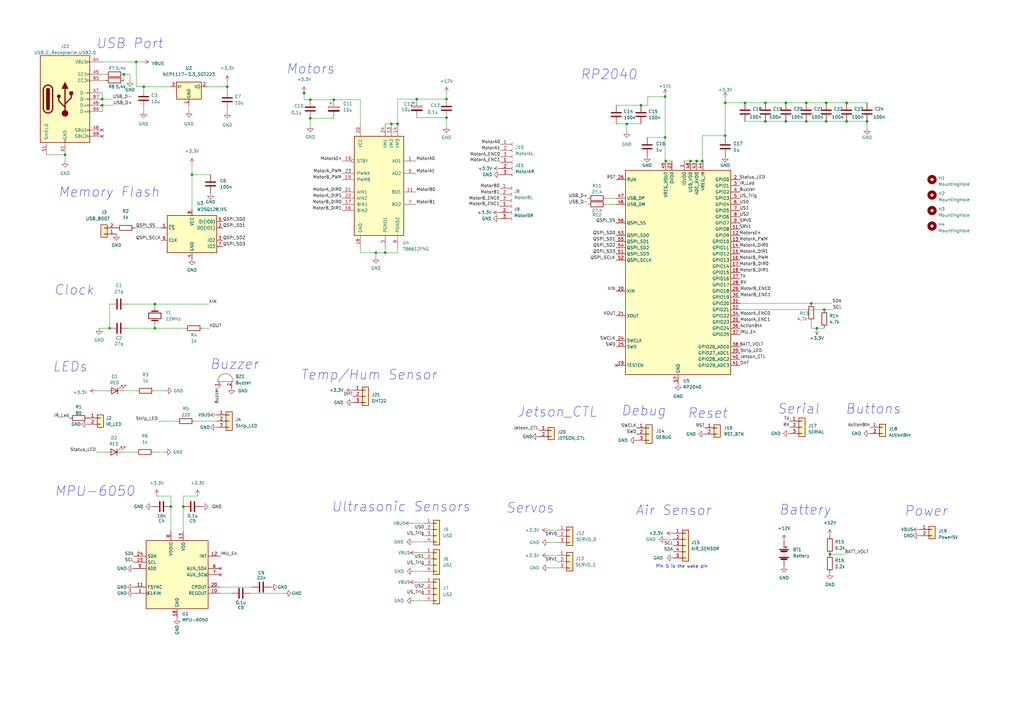
<source format=kicad_sch>
(kicad_sch (version 20230121) (generator eeschema)
  (paper "A3")
  (title_block (title "Sparkie Embedded Board") (date "2023-02-07") (company "fortisix"))
  (junction (at 183.134 40.64))
  (junction (at 330.708 49.784))
  (junction (at 63.5 134.62))
  (junction (at 335.026 134.62))
  (junction (at 297.434 55.626))
  (junction (at 322.326 49.784))
  (junction (at 330.708 42.164))
  (junction (at 183.134 48.26))
  (junction (at 355.6 49.784))
  (junction (at 338.836 42.164))
  (junction (at 154.178 103.632))
  (junction (at 93.218 35.56))
  (junction (at 55.88 25.4))
  (junction (at 338.074 127))
  (junction (at 273.05 66.04))
  (junction (at 157.988 103.632))
  (junction (at 305.562 42.164))
  (junction (at 163.068 50.8))
  (junction (at 288.036 66.04))
  (junction (at 160.528 50.8))
  (junction (at 124.714 38.1404))
  (junction (at 78.74 71.628))
  (junction (at 340.36 227.33))
  (junction (at 70.104 207.772))
  (junction (at 41.91 40.64))
  (junction (at 347.218 49.784))
  (junction (at 26.67 63.5))
  (junction (at 297.434 42.164))
  (junction (at 50.8 30.48))
  (junction (at 322.326 42.164))
  (junction (at 58.928 35.56))
  (junction (at 347.218 42.164))
  (junction (at 272.796 39.624))
  (junction (at 127.254 48.514))
  (junction (at 332.74 124.46))
  (junction (at 313.944 49.784))
  (junction (at 257.048 50.8))
  (junction (at 338.836 49.784))
  (junction (at 75.184 207.772))
  (junction (at 41.91 43.18))
  (junction (at 283.21 66.04))
  (junction (at 44.958 134.62))
  (junction (at 170.942 40.64))
  (junction (at 127.254 40.894))
  (junction (at 63.5 124.714))
  (junction (at 136.906 40.894))
  (junction (at 313.944 42.164))
  (junction (at 272.796 56.388))
  (junction (at 285.75 66.04))
  (junction (at 262.89 43.18))
  (no_connect (at 41.91 53.34))
  (no_connect (at 90.424 233.172))
  (no_connect (at 41.91 55.88))
  (no_connect (at 90.424 235.712))
  (no_connect (at 252.73 149.86))
  (wire (pts (xy 170.942 48.26) (xy 183.134 48.26)))
  (wire (pts (xy 170.815 226.695) (xy 173.99 226.695)))
  (wire (pts (xy 303.53 137.16) (xy 303.276 137.16)))
  (wire (pts (xy 157.988 50.8) (xy 160.528 50.8)))
  (wire (pts (xy 225.044 222.504) (xy 228.6 222.504)))
  (wire (pts (xy 330.708 42.164) (xy 338.836 42.164)))
  (wire (pts (xy 93.218 33.528) (xy 93.218 35.56)))
  (wire (pts (xy 163.068 50.8) (xy 163.068 40.64)))
  (wire (pts (xy 154.178 103.632) (xy 157.988 103.632)))
  (wire (pts (xy 93.218 44.704) (xy 93.218 45.974)))
  (wire (pts (xy 168.91 214.63) (xy 173.99 214.63)))
  (wire (pts (xy 183.134 38.354) (xy 183.134 40.64)))
  (wire (pts (xy 77.47 43.18) (xy 77.47 45.466)))
  (wire (pts (xy 283.21 66.04) (xy 285.75 66.04)))
  (wire (pts (xy 225.044 227.838) (xy 228.6 227.838)))
  (wire (pts (xy 252.73 96.52) (xy 252.476 96.52)))
  (wire (pts (xy 41.91 33.02) (xy 43.18 33.02)))
  (wire (pts (xy 154.178 105.41) (xy 154.178 103.632)))
  (wire (pts (xy 154.178 103.632) (xy 147.828 103.632)))
  (wire (pts (xy 303.53 124.46) (xy 332.74 124.46)))
  (wire (pts (xy 70.104 203.454) (xy 64.262 203.454)))
  (wire (pts (xy 330.708 49.784) (xy 338.836 49.784)))
  (wire (pts (xy 252.73 119.38) (xy 252.476 119.38)))
  (wire (pts (xy 257.048 50.8) (xy 262.89 50.8)))
  (wire (pts (xy 313.944 42.164) (xy 322.326 42.164)))
  (wire (pts (xy 78.74 67.564) (xy 78.74 71.628)))
  (wire (pts (xy 26.67 63.5) (xy 26.67 66.04)))
  (wire (pts (xy 303.53 111.76) (xy 303.276 111.76)))
  (wire (pts (xy 127.254 48.514) (xy 127.254 51.562)))
  (wire (pts (xy 341.376 124.46) (xy 332.74 124.46)))
  (wire (pts (xy 40.64 134.62) (xy 44.958 134.62)))
  (wire (pts (xy 163.068 40.64) (xy 170.942 40.64)))
  (wire (pts (xy 305.562 49.784) (xy 313.944 49.784)))
  (wire (pts (xy 55.88 35.56) (xy 55.88 25.4)))
  (wire (pts (xy 332.74 134.62) (xy 335.026 134.62)))
  (wire (pts (xy 303.53 93.98) (xy 303.276 93.98)))
  (wire (pts (xy 58.42 25.4) (xy 55.88 25.4)))
  (wire (pts (xy 252.73 139.7) (xy 252.476 139.7)))
  (wire (pts (xy 41.91 43.18) (xy 41.91 45.72)))
  (wire (pts (xy 297.434 56.388) (xy 297.434 55.626)))
  (wire (pts (xy 127.254 40.894) (xy 136.906 40.894)))
  (wire (pts (xy 347.218 42.164) (xy 355.6 42.164)))
  (wire (pts (xy 41.91 25.4) (xy 55.88 25.4)))
  (wire (pts (xy 248.666 81.28) (xy 252.73 81.28)))
  (wire (pts (xy 93.218 37.084) (xy 93.218 35.56)))
  (wire (pts (xy 252.73 73.66) (xy 252.476 73.66)))
  (wire (pts (xy 90.424 243.332) (xy 94.996 243.332)))
  (wire (pts (xy 169.545 246.38) (xy 173.99 246.38)))
  (wire (pts (xy 252.73 104.14) (xy 252.476 104.14)))
  (wire (pts (xy 75.692 134.62) (xy 63.5 134.62)))
  (wire (pts (xy 297.434 40.386) (xy 297.434 42.164)))
  (wire (pts (xy 322.326 42.164) (xy 330.708 42.164)))
  (wire (pts (xy 55.88 35.56) (xy 58.928 35.56)))
  (wire (pts (xy 136.906 48.514) (xy 127.254 48.514)))
  (wire (pts (xy 257.048 50.8) (xy 257.048 53.848)))
  (wire (pts (xy 157.988 103.632) (xy 163.068 103.632)))
  (wire (pts (xy 303.53 109.22) (xy 303.276 109.22)))
  (wire (pts (xy 78.74 71.628) (xy 78.74 85.852)))
  (wire (pts (xy 252.73 91.44) (xy 252.476 91.44)))
  (wire (pts (xy 75.184 217.932) (xy 75.184 207.772)))
  (wire (pts (xy 303.53 88.9) (xy 303.276 88.9)))
  (wire (pts (xy 303.53 78.74) (xy 303.276 78.74)))
  (wire (pts (xy 252.73 50.8) (xy 257.048 50.8)))
  (wire (pts (xy 252.73 129.54) (xy 252.476 129.54)))
  (wire (pts (xy 169.545 234.315) (xy 173.99 234.315)))
  (wire (pts (xy 355.6 49.784) (xy 355.6 52.578)))
  (wire (pts (xy 163.068 103.632) (xy 163.068 101.6)))
  (wire (pts (xy 64.77 172.72) (xy 72.39 172.72)))
  (wire (pts (xy 285.75 66.04) (xy 288.036 66.04)))
  (wire (pts (xy 53.34 30.48) (xy 53.34 33.02)))
  (wire (pts (xy 273.05 66.04) (xy 275.59 66.04)))
  (wire (pts (xy 335.026 134.62) (xy 338.074 134.62)))
  (wire (pts (xy 124.714 40.894) (xy 127.254 40.894)))
  (wire (pts (xy 297.434 42.164) (xy 305.562 42.164)))
  (wire (pts (xy 70.104 217.932) (xy 70.104 207.772)))
  (wire (pts (xy 147.828 40.894) (xy 147.828 50.8)))
  (wire (pts (xy 252.73 99.06) (xy 252.476 99.06)))
  (wire (pts (xy 39.624 160.274) (xy 43.18 160.274)))
  (wire (pts (xy 85.598 124.714) (xy 63.5 124.714)))
  (wire (pts (xy 280.67 66.04) (xy 283.21 66.04)))
  (wire (pts (xy 225.044 217.424) (xy 228.6 217.424)))
  (wire (pts (xy 50.8 160.274) (xy 55.88 160.274)))
  (wire (pts (xy 322.326 49.784) (xy 330.708 49.784)))
  (wire (pts (xy 170.942 40.64) (xy 183.134 40.64)))
  (wire (pts (xy 63.5 134.62) (xy 63.5 133.35)))
  (wire (pts (xy 50.546 185.42) (xy 55.626 185.42)))
  (wire (pts (xy 157.988 103.632) (xy 157.988 101.6)))
  (wire (pts (xy 303.53 99.06) (xy 303.276 99.06)))
  (wire (pts (xy 124.714 38.1404) (xy 124.714 40.894)))
  (wire (pts (xy 341.63 127) (xy 338.074 127)))
  (wire (pts (xy 273.05 221.234) (xy 276.098 221.234)))
  (wire (pts (xy 347.218 49.784) (xy 355.6 49.784)))
  (wire (pts (xy 288.29 66.04) (xy 288.036 66.04)))
  (wire (pts (xy 252.73 106.68) (xy 252.476 106.68)))
  (wire (pts (xy 70.104 207.772) (xy 70.104 203.454)))
  (wire (pts (xy 272.796 56.388) (xy 272.796 66.04)))
  (wire (pts (xy 58.928 44.196) (xy 58.928 45.72)))
  (wire (pts (xy 52.578 124.714) (xy 63.5 124.714)))
  (wire (pts (xy 303.53 76.2) (xy 303.276 76.2)))
  (wire (pts (xy 19.05 63.5) (xy 26.67 63.5)))
  (wire (pts (xy 102.616 243.332) (xy 116.84 243.332)))
  (wire (pts (xy 265.43 56.388) (xy 272.796 56.388)))
  (wire (pts (xy 63.5 124.714) (xy 63.5 125.73)))
  (wire (pts (xy 50.8 30.48) (xy 50.8 33.02)))
  (wire (pts (xy 340.36 227.33) (xy 346.456 227.33)))
  (wire (pts (xy 303.53 73.66) (xy 303.276 73.66)))
  (wire (pts (xy 90.424 240.792) (xy 103.378 240.792)))
  (wire (pts (xy 124.714 38.1) (xy 124.714 38.1404)))
  (wire (pts (xy 303.53 96.52) (xy 303.276 96.52)))
  (wire (pts (xy 160.528 50.8) (xy 163.068 50.8)))
  (wire (pts (xy 265.684 39.624) (xy 272.796 39.624)))
  (wire (pts (xy 297.434 42.164) (xy 297.434 55.626)))
  (wire (pts (xy 288.036 55.626) (xy 297.434 55.626)))
  (wire (pts (xy 169.418 222.25) (xy 173.99 222.25)))
  (wire (pts (xy 248.666 83.82) (xy 252.73 83.82)))
  (wire (pts (xy 338.836 42.164) (xy 347.218 42.164)))
  (wire (pts (xy 58.928 35.56) (xy 58.928 36.576)))
  (wire (pts (xy 303.53 101.6) (xy 303.276 101.6)))
  (wire (pts (xy 272.796 39.624) (xy 272.796 56.388)))
  (wire (pts (xy 41.91 38.1) (xy 41.91 40.64)))
  (wire (pts (xy 332.74 134.62) (xy 332.74 132.08)))
  (wire (pts (xy 273.05 66.04) (xy 272.796 66.04)))
  (wire (pts (xy 170.815 238.76) (xy 173.99 238.76)))
  (wire (pts (xy 265.684 43.18) (xy 265.684 39.624)))
  (wire (pts (xy 303.53 81.28) (xy 303.276 81.28)))
  (wire (pts (xy 83.312 134.62) (xy 85.852 134.62)))
  (wire (pts (xy 303.53 91.44) (xy 303.276 91.44)))
  (wire (pts (xy 39.37 185.42) (xy 42.926 185.42)))
  (wire (pts (xy 52.578 134.62) (xy 63.5 134.62)))
  (wire (pts (xy 93.218 35.56) (xy 85.09 35.56)))
  (wire (pts (xy 183.134 48.26) (xy 183.134 51.816)))
  (wire (pts (xy 63.246 185.42) (xy 67.564 185.42)))
  (wire (pts (xy 305.562 42.164) (xy 313.944 42.164)))
  (wire (pts (xy 147.828 103.632) (xy 147.828 101.6)))
  (wire (pts (xy 78.74 71.628) (xy 86.36 71.628)))
  (wire (pts (xy 80.01 172.72) (xy 88.9 172.72)))
  (wire (pts (xy 225.044 232.918) (xy 228.6 232.918)))
  (wire (pts (xy 288.036 66.04) (xy 288.036 55.626)))
  (wire (pts (xy 303.53 127) (xy 338.074 127)))
  (wire (pts (xy 252.73 101.6) (xy 252.476 101.6)))
  (wire (pts (xy 136.906 40.894) (xy 147.828 40.894)))
  (wire (pts (xy 63.5 160.274) (xy 67.818 160.274)))
  (wire (pts (xy 75.184 203.454) (xy 81.026 203.454)))
  (wire (pts (xy 252.73 142.24) (xy 252.476 142.24)))
  (wire (pts (xy 303.53 106.68) (xy 303.276 106.68)))
  (wire (pts (xy 303.53 104.14) (xy 303.276 104.14)))
  (wire (pts (xy 58.928 35.56) (xy 69.85 35.56)))
  (wire (pts (xy 303.53 86.36) (xy 303.276 86.36)))
  (wire (pts (xy 50.8 30.48) (xy 53.34 30.48)))
  (wire (pts (xy 262.89 43.18) (xy 265.684 43.18)))
  (wire (pts (xy 44.958 124.714) (xy 44.958 134.62)))
  (wire (pts (xy 41.91 43.18) (xy 46.482 43.18)))
  (wire (pts (xy 313.944 49.784) (xy 322.326 49.784)))
  (wire (pts (xy 272.796 39.116) (xy 272.796 39.624)))
  (wire (pts (xy 252.73 43.18) (xy 262.89 43.18)))
  (wire (pts (xy 303.53 83.82) (xy 303.276 83.82)))
  (wire (pts (xy 75.184 207.772) (xy 75.184 203.454)))
  (wire (pts (xy 41.91 40.64) (xy 46.228 40.64)))
  (wire (pts (xy 303.53 142.24) (xy 303.276 142.24)))
  (wire (pts (xy 55.372 93.472) (xy 66.04 93.472)))
  (wire (pts (xy 41.91 30.48) (xy 43.18 30.48)))
  (wire (pts (xy 338.836 49.784) (xy 347.218 49.784)))
  (text "Pin 5 is the wake pin" (at 268.986 233.172 0) (effects (font (size 1.27 1.27)) (justify left bottom)))
  (text "Jetson_CTL" (at 212.09 171.45 0) (effects (font (size 4 4) italic) (justify left bottom)))
  (text "Power" (at 370.84 212.09 0) (effects (font (size 4 4) italic) (justify left bottom)))
  (text "Debug" (at 254.762 170.942 0) (effects (font (size 4 4) italic) (justify left bottom)))
  (text "Buzzer" (at 86.106 151.892 0) (effects (font (size 4 4) italic) (justify left bottom)))
  (text "Memory Flash" (at 23.876 81.28 0) (effects (font (size 4 4) italic) (justify left bottom)))
  (text "Reset" (at 281.94 171.958 0) (effects (font (size 4 4) italic) (justify left bottom)))
  (text "Ultrasonic Sensors" (at 135.89 210.312 0) (effects (font (size 4 4) italic) (justify left bottom)))
  (text "Servos" (at 207.518 210.82 0) (effects (font (size 4 4) italic) (justify left bottom)))
  (text "Temp/Hum Sensor" (at 123.19 156.21 0) (effects (font (size 4 4) italic) (justify left bottom)))
  (text "RP2040" (at 237.998 33.02 0) (effects (font (size 4 4) italic) (justify left bottom)))
  (text "Buttons" (at 346.71 170.18 0) (effects (font (size 4 4) italic) (justify left bottom)))
  (text "Clock" (at 22.098 121.412 0) (effects (font (size 4 4) italic) (justify left bottom)))
  (text "MPU-6050" (at 22.352 203.962 0) (effects (font (size 4 4) italic) (justify left bottom)))
  (text "Serial" (at 318.77 170.18 0) (effects (font (size 4 4) italic) (justify left bottom)))
  (text "Motors" (at 117.348 30.734 0) (effects (font (size 4 4) italic) (justify left bottom)))
  (text "Battery" (at 319.532 211.582 0) (effects (font (size 4 4) italic) (justify left bottom)))
  (text "USB Port" (at 39.37 20.32 0) (effects (font (size 4 4) italic) (justify left bottom)))
  (text "LEDs" (at 21.59 152.908 0) (effects (font (size 4 4) italic) (justify left bottom)))
  (text "Air Sensor" (at 260.604 211.836 0) (effects (font (size 4 4) italic) (justify left bottom)))
  (label "MotorB1" (at 170.688 83.82 0))
  (label "SDA" (at 276.098 226.314 180))
  (label "US1" (at 303.276 86.36 0))
  (label "SWD" (at 261.112 178.054 180))
  (label "XOUT" (at 252.476 129.54 180))
  (label "TX" (at 323.85 172.72 180))
  (label "MotorsEn" (at 140.208 66.04 180))
  (label "SCL" (at 54.864 230.632 180))
  (label "USB_D-" (at 46.228 40.64 0))
  (label "Jetson_CTL" (at 220.98 176.53 180))
  (label "MotorB_ENC1" (at 303.53 121.92 0))
  (label "MotorA_DIR0" (at 140.208 78.74 180))
  (label "XIN" (at 252.476 119.38 180))
  (label "RX" (at 303.53 116.84 0))
  (label "Buzzer" (at 303.276 78.74 0))
  (label "QSPI_SCLK" (at 66.04 98.552 180))
  (label "IMU_En" (at 90.424 228.092 0))
  (label "MotorB_ENC0" (at 303.53 119.38 0))
  (label "MotorB0" (at 170.688 78.74 0))
  (label "MotorA1" (at 170.688 71.12 0))
  (label "IMU_En" (at 303.276 137.16 0))
  (label "US_Trig" (at 303.276 81.28 0))
  (label "QSPI_SD3" (at 252.476 104.14 180))
  (label "MotorA0" (at 205.232 59.182 180))
  (label "QSPI_SD0" (at 252.476 96.52 180))
  (label "QSPI_SS" (at 63.754 93.472 180))
  (label "Jetson_CTL" (at 303.53 147.32 0))
  (label "DHT" (at 303.53 149.86 0))
  (label "IR_Led" (at 28.448 171.45 180))
  (label "QSPI_SD2" (at 91.44 98.552 0))
  (label "US_Trig" (at 173.99 219.71 180))
  (label "MotorsEn" (at 303.276 96.52 0))
  (label "MotorA_PWM" (at 303.276 99.06 0))
  (label "US0" (at 303.276 83.82 0))
  (label "QSPI_SS" (at 252.476 91.44 180))
  (label "MotorB_PWM" (at 303.276 106.68 0))
  (label "MotorB_ENC0" (at 204.978 82.296 180))
  (label "US2" (at 173.99 241.3 180))
  (label "TX" (at 303.53 114.3 0))
  (label "Status_LED" (at 303.276 73.66 0))
  (label "MotorB1" (at 204.978 79.756 180))
  (label "MotorA_ENC0" (at 303.53 129.54 0))
  (label "SRV0" (at 303.276 91.44 0))
  (label "ActionBtn" (at 303.53 134.62 0))
  (label "MotorA_ENC0" (at 205.232 64.262 180))
  (label "Strip_LED" (at 303.53 144.78 0))
  (label "QSPI_SD3" (at 91.44 101.092 0))
  (label "USB_D+" (at 241.046 81.28 180))
  (label "MotorB_DIR0" (at 303.276 109.22 0))
  (label "MotorA1" (at 205.232 61.722 180))
  (label "MotorB_DIR1" (at 303.276 111.76 0))
  (label "Buzzer" (at 89.916 159.004 270))
  (label "QSPI_SD2" (at 252.476 101.6 180))
  (label "US1" (at 173.99 229.235 180))
  (label "BATT_VOLT" (at 346.456 227.33 0))
  (label "US_Trig" (at 173.99 231.775 180))
  (label "DHT" (at 144.78 162.56 180))
  (label "USB_D-" (at 241.046 83.82 180))
  (label "US0" (at 173.99 217.17 180))
  (label "SRV0" (at 228.6 219.964 180))
  (label "MotorA_ENC1" (at 205.232 66.548 180))
  (label "Strip_LED" (at 64.77 172.72 180))
  (label "RST" (at 289.052 175.514 180))
  (label "QSPI_SD0" (at 91.44 90.932 0))
  (label "MotorB_DIR1" (at 140.208 86.36 180))
  (label "MotorA_DIR1" (at 140.208 81.28 180))
  (label "SCL" (at 341.63 127 0))
  (label "XOUT" (at 85.852 134.62 0))
  (label "BATT_VOLT" (at 303.276 142.24 0))
  (label "MotorA_ENC1" (at 303.53 132.08 0))
  (label "MotorA_DIR0" (at 303.276 101.6 0))
  (label "MotorA0" (at 170.688 66.04 0))
  (label "SWCLK" (at 261.112 175.514 180))
  (label "USB_D+" (at 46.482 43.18 0))
  (label "SCL" (at 276.098 223.774 180))
  (label "MotorA_PWM" (at 140.208 71.12 180))
  (label "QSPI_SD1" (at 252.476 99.06 180))
  (label "Status_LED" (at 39.37 185.42 180))
  (label "MotorA_DIR1" (at 303.276 104.14 0))
  (label "US_Trig" (at 173.99 243.84 180))
  (label "ActionBtn" (at 356.87 175.26 180))
  (label "MotorB_DIR0" (at 140.208 83.82 180))
  (label "RST" (at 252.476 73.66 180))
  (label "SWD" (at 252.476 142.24 180))
  (label "RX" (at 323.85 175.26 180))
  (label "US2" (at 303.276 88.9 0))
  (label "QSPI_SD1" (at 91.44 93.472 0))
  (label "QSPI_SCLK" (at 252.476 106.68 180))
  (label "MotorB0" (at 204.978 77.216 180))
  (label "SDA" (at 341.376 124.46 0))
  (label "MotorB_PWM" (at 140.208 73.66 180))
  (label "XIN" (at 85.598 124.714 0))
  (label "MotorB_ENC1" (at 204.978 84.582 180))
  (label "SRV1" (at 303.276 93.98 0))
  (label "SWCLK" (at 252.476 139.7 180))
  (label "IR_Led" (at 303.276 76.2 0))
  (label "SRV1" (at 228.6 230.378 180))
  (label "SDA" (at 54.864 228.092 180))
  (symbol (lib_id "power:VBUS") (at 170.815 226.695 90) (unit 1)
    (property "Reference" "#PWR03" (effects hide))
    (property "Value" "VBUS" (at 168.275 226.695 90) (effects (justify left)))
  )
  (symbol (lib_id "power:GND") (at 278.13 157.48 0) (unit 1)
    (property "Reference" "#PWR0157" (effects hide))
    (property "Value" "GND" (at 278.13 162.56 0))
  )
  (symbol (lib_id "power:GND") (at 355.6 52.578 0) (unit 1)
    (property "Reference" "#PWR0145" (effects hide))
    (property "Value" "GND" (at 355.6 56.388 0))
  )
  (symbol (lib_id "Connector:Conn_01x03_Female") (at 210.058 87.122 0) (unit 1)
    (property "Reference" "J9" (at 210.82 85.8519 0) (effects (justify left)))
    (property "Value" "MotorBR" (at 210.82 88.3919 0) (effects (justify left)))
    (property "Footprint" "Connector_JST:JST_XH_B3B-XH-A_1x03_P2.50mm_Vertical" (effects hide))
  )
  (symbol (lib_id "power:GND") (at 93.218 45.974 0) (unit 1)
    (property "Reference" "#PWR0114" (effects hide))
    (property "Value" "GND" (at 93.218 51.308 0))
  )
  (symbol (lib_id "power:GND") (at 297.434 64.008 0) (unit 1)
    (property "Reference" "#PWR0148" (effects hide))
    (property "Value" "GND" (at 297.434 67.818 0))
  )
  (symbol (lib_id "power:GND") (at 58.928 45.72 0) (unit 1)
    (property "Reference" "#PWR0115" (effects hide))
    (property "Value" "GND" (at 58.928 50.8 0))
  )
  (symbol (lib_id "Device:R") (at 340.36 231.14 0) (unit 1)
    (property "Reference" "R16" (at 342.392 229.8699 0) (effects (justify left)))
    (property "Value" "2.2k" (at 342.392 232.4099 0) (effects (justify left)))
    (property "Footprint" "Resistor_SMD:R_0603_1608Metric" (effects hide))
  )
  (symbol (lib_id "power:GND") (at 110.998 240.792 90) (unit 1)
    (property "Reference" "#PWR0141" (effects hide))
    (property "Value" "GND" (at 113.792 240.792 90) (effects (justify right)))
  )
  (symbol (lib_id "power:+3.3V") (at 144.78 160.02 90) (unit 1)
    (property "Reference" "#PWR015" (effects hide))
    (property "Value" "+3.3V" (at 140.97 160.0199 90) (effects (justify left)))
  )
  (symbol (lib_id "power:GND") (at 77.47 45.466 0) (unit 1)
    (property "Reference" "#PWR0116" (effects hide))
    (property "Value" "GND" (at 77.47 50.8 0))
  )
  (symbol (lib_id "power:GND") (at 225.044 232.918 270) (unit 1)
    (property "Reference" "#PWR0154" (effects hide))
    (property "Value" "GND" (at 221.234 232.9179 90) (effects (justify right)))
  )
  (symbol (lib_id "Connector_Generic:Conn_01x04") (at 179.07 217.17 0) (unit 1)
    (property "Reference" "J5" (at 181.61 217.1699 0) (effects (justify left)))
    (property "Value" "US0" (at 181.61 219.7099 0) (effects (justify left)))
    (property "Footprint" "Connector_JST:JST_XH_B4B-XH-A_1x04_P2.50mm_Vertical" (effects hide))
  )
  (symbol (lib_id "power:GND") (at 53.34 33.02 0) (unit 1)
    (property "Reference" "#PWR017" (effects hide))
    (property "Value" "GND" (at 53.34 36.83 0))
  )
  (symbol (lib_id "power:GND") (at 340.36 234.95 0) (unit 1)
    (property "Reference" "#PWR0162" (effects hide))
    (property "Value" "GND" (at 340.36 239.776 0))
  )
  (symbol (lib_id "power:GND") (at 205.232 71.628 270) (unit 1)
    (property "Reference" "#PWR0130" (effects hide))
    (property "Value" "GND" (at 201.93 71.6279 90) (effects (justify right)))
  )
  (symbol (lib_id "Device:C_Polarized") (at 136.906 44.704 0) (unit 1)
    (property "Reference" "C11" (at 140.716 42.5449 0) (effects (justify left)))
    (property "Value" "10u" (at 140.716 45.0849 0) (effects (justify left)))
    (property "Footprint" "Capacitor_SMD:CP_Elec_4x5.4" (effects hide))
  )
  (symbol (lib_id "Connector_Generic:Conn_01x05") (at 281.178 223.774 0) (unit 1)
    (property "Reference" "J15" (at 283.464 222.5039 0) (effects (justify left)))
    (property "Value" "AIR_SENSOR" (at 283.464 225.0439 0) (effects (justify left)))
    (property "Footprint" "Connector_JST:JST_XH_B5B-XH-AM_1x05_P2.50mm_Vertical" (effects hide))
  )
  (symbol (lib_id "Device:R") (at 244.856 81.28 90) (unit 1)
    (property "Reference" "R11" (at 244.856 76.2 90))
    (property "Value" "27.4" (at 244.856 78.74 90))
    (property "Footprint" "Resistor_SMD:R_0603_1608Metric" (effects hide))
  )
  (symbol (lib_id "power:GND") (at 169.418 222.25 270) (unit 1)
    (property "Reference" "#PWR0119" (effects hide))
    (property "Value" "GND" (at 165.608 222.2499 90) (effects (justify right)))
  )
  (symbol (lib_id "power:GND") (at 54.864 243.332 270) (unit 1)
    (property "Reference" "#PWR0134" (effects hide))
    (property "Value" "GND" (at 52.07 243.332 90) (effects (justify right)))
  )
  (symbol (lib_id "Connector_Generic:Conn_01x03") (at 233.68 219.964 0) (unit 1)
    (property "Reference" "J12" (at 236.22 218.6939 0) (effects (justify left)))
    (property "Value" "SERVO_0" (at 236.22 221.2339 0) (effects (justify left)))
    (property "Footprint" "Connector_JST:JST_XH_B3B-XH-A_1x03_P2.50mm_Vertical" (effects hide))
  )
  (symbol (lib_id "Device:C") (at 355.6 45.974 0) (unit 1)
    (property "Reference" "C24" (at 358.648 44.704 0) (effects (justify left)))
    (property "Value" "100n" (at 358.14 48.006 0) (effects (justify left)))
    (property "Footprint" "Capacitor_SMD:C_0603_1608Metric" (effects hide))
  )
  (symbol (lib_id "power:+3.3V") (at 39.624 160.274 90) (unit 1)
    (property "Reference" "#PWR014" (effects hide))
    (property "Value" "+3.3V" (at 35.814 160.909 90) (effects (justify left)))
  )
  (symbol (lib_id "power:GND") (at 225.044 222.504 270) (unit 1)
    (property "Reference" "#PWR0156" (effects hide))
    (property "Value" "GND" (at 221.234 222.5039 90) (effects (justify right)))
  )
  (symbol (lib_id "Device:C") (at 262.89 46.99 0) (unit 1)
    (property "Reference" "C15" (at 265.938 45.7199 0) (effects (justify left)))
    (property "Value" "100n" (at 265.938 48.2599 0) (effects (justify left)))
    (property "Footprint" "Capacitor_SMD:C_0603_1608Metric" (effects hide))
  )
  (symbol (lib_id "Connector_Generic:Conn_01x02") (at 294.132 175.514 0) (unit 1)
    (property "Reference" "J16" (at 296.926 175.5139 0) (effects (justify left)))
    (property "Value" "RST_BTN" (at 296.926 178.0539 0) (effects (justify left)))
    (property "Footprint" "Button_Switch_SMD:SW_Tactile_SPST_NO_Straight_CK_PTS636Sx25SMTRLFS" (effects hide))
  )
  (symbol (lib_id "power:GND") (at 289.052 178.054 270) (unit 1)
    (property "Reference" "#PWR0158" (effects hide))
    (property "Value" "GND" (at 285.496 178.0539 90) (effects (justify right)))
  )
  (symbol (lib_id "power:+3.3V") (at 225.044 227.838 90) (unit 1)
    (property "Reference" "#PWR0153" (effects hide))
    (property "Value" "+3.3V" (at 221.234 227.8379 90) (effects (justify left)))
  )
  (symbol (lib_id "power:GND") (at 86.36 79.248 0) (unit 1)
    (property "Reference" "#PWR0142" (effects hide))
    (property "Value" "GND" (at 86.36 82.804 0))
  )
  (symbol (lib_id "power:+3.3V") (at 93.218 33.528 0) (unit 1)
    (property "Reference" "#PWR0113" (effects hide))
    (property "Value" "+3.3V" (at 93.218 27.94 0))
  )
  (symbol (lib_id "Device:C") (at 48.768 124.714 90) (unit 1)
    (property "Reference" "C1" (at 48.768 117.094 90))
    (property "Value" "27p" (at 48.768 119.634 90))
    (property "Footprint" "Capacitor_SMD:C_0603_1608Metric" (effects hide))
  )
  (symbol (lib_id "power:GND") (at 82.804 207.772 90) (unit 1)
    (property "Reference" "#PWR0137" (effects hide))
    (property "Value" "GND" (at 86.868 207.7719 90) (effects (justify right)))
  )
  (symbol (lib_id "Device:R") (at 32.258 171.45 90) (unit 1)
    (property "Reference" "R1" (at 32.258 166.878 90))
    (property "Value" "80" (at 32.258 169.418 90))
    (property "Footprint" "Resistor_SMD:R_0603_1608Metric" (effects hide))
  )
  (symbol (lib_id "MCU_RaspberryPi:RP2040") (at 278.13 111.76 0) (unit 1)
    (property "Reference" "U5" (at 280.1494 156.21 0) (effects (justify left)))
    (property "Value" "RP2040" (at 280.1494 158.75 0) (effects (justify left)))
    (property "Footprint" "Package_DFN_QFN:QFN-56-1EP_7x7mm_P0.4mm_EP3.2x3.2mm" (effects hide))
    (property "Datasheet" "https://datasheets.raspberrypi.com/rp2040/rp2040-datasheet.pdf" (effects hide))
  )
  (symbol (lib_id "Device:Battery") (at 321.564 227.076 0) (unit 1)
    (property "Reference" "BT1" (at 325.12 225.4249 0) (effects (justify left)))
    (property "Value" "Battery" (at 325.12 227.9649 0) (effects (justify left)))
    (property "Footprint" "Connector_AMASS:AMASS_XT60-F_1x02_P7.20mm_Vertical" (effects hide))
  )
  (symbol (lib_id "power:GND") (at 377.19 219.71 270) (unit 1)
    (property "Reference" "#PWR09" (effects hide))
    (property "Value" "GND" (at 374.65 219.71 90) (effects (justify right)))
  )
  (symbol (lib_id "power:VBUS") (at 168.91 214.63 90) (unit 1)
    (property "Reference" "#PWR02" (effects hide))
    (property "Value" "VBUS" (at 166.37 214.63 90) (effects (justify left)))
  )
  (symbol (lib_id "Mechanical:MountingHole") (at 382.27 80.01 0) (unit 1)
    (property "Reference" "H2" (at 384.81 79.375 0) (effects (justify left)))
    (property "Value" "MountingHole" (at 384.81 81.915 0) (effects (justify left)))
    (property "Footprint" "MountingHole:MountingHole_2.2mm_M2" (effects hide))
  )
  (symbol (lib_id "power:GND") (at 67.564 185.42 90) (unit 1)
    (property "Reference" "#PWR012" (effects hide))
    (property "Value" "GND" (at 70.866 185.4199 90) (effects (justify right)))
  )
  (symbol (lib_id "power:VBUS") (at 58.42 25.4 270) (unit 1)
    (property "Reference" "#PWR0111" (effects hide))
    (property "Value" "VBUS" (at 62.23 26.035 90) (effects (justify left)))
  )
  (symbol (lib_id "Mechanical:MountingHole") (at 382.27 86.36 0) (unit 1)
    (property "Reference" "H3" (at 384.81 85.725 0) (effects (justify left)))
    (property "Value" "MountingHole" (at 384.81 88.265 0) (effects (justify left)))
    (property "Footprint" "MountingHole:MountingHole_2.2mm_M2" (effects hide))
  )
  (symbol (lib_id "power:+3.3V") (at 204.978 87.122 90) (unit 1)
    (property "Reference" "#PWR0131" (effects hide))
    (property "Value" "+3.3V" (at 201.676 87.1219 90) (effects (justify left)))
  )
  (symbol (lib_id "Device:R") (at 340.36 223.52 0) (unit 1)
    (property "Reference" "R15" (at 342.392 222.2499 0) (effects (justify left)))
    (property "Value" "6.2k" (at 342.392 224.7899 0) (effects (justify left)))
    (property "Footprint" "Resistor_SMD:R_0603_1608Metric" (effects hide))
  )
  (symbol (lib_id "power:+3.3V") (at 335.026 134.62 180) (unit 1)
    (property "Reference" "#PWR0161" (effects hide))
    (property "Value" "+3.3V" (at 335.026 138.684 0))
  )
  (symbol (lib_id "power:GND") (at 127.254 51.562 0) (unit 1)
    (property "Reference" "#PWR0101" (effects hide))
    (property "Value" "GND" (at 127.254 56.134 0))
  )
  (symbol (lib_id "Device:C") (at 107.188 240.792 270) (unit 1)
    (property "Reference" "C9" (at 107.188 234.95 90))
    (property "Value" "22n" (at 107.188 236.982 90))
    (property "Footprint" "Capacitor_SMD:C_0603_1608Metric" (effects hide))
  )
  (symbol (lib_id "power:VBUS") (at 170.815 238.76 90) (unit 1)
    (property "Reference" "#PWR04" (effects hide))
    (property "Value" "VBUS" (at 168.275 238.76 90) (effects (justify left)))
  )
  (symbol (lib_id "power:GND") (at 257.048 53.848 0) (unit 1)
    (property "Reference" "#PWR0160" (effects hide))
    (property "Value" "GND" (at 257.048 59.182 0))
  )
  (symbol (lib_id "power:+3.3V") (at 124.714 38.1404 0) (unit 1)
    (property "Reference" "#PWR011" (effects hide))
    (property "Value" "+3.3V" (at 124.714 32.5524 0))
  )
  (symbol (lib_id "Connector:Conn_01x03_Female") (at 210.312 69.088 0) (unit 1)
    (property "Reference" "J11" (at 211.328 67.8179 0) (effects (justify left)))
    (property "Value" "MotorAR" (at 211.328 70.3579 0) (effects (justify left)))
    (property "Footprint" "Connector_JST:JST_XH_B3B-XH-A_1x03_P2.50mm_Vertical" (effects hide))
  )
  (symbol (lib_id "power:VBUS") (at 377.19 217.17 90) (unit 1)
    (property "Reference" "#PWR08" (effects hide))
    (property "Value" "VBUS" (at 374.65 217.17 90) (effects (justify left)))
  )
  (symbol (lib_id "power:GND") (at 94.996 159.004 0) (unit 1)
    (property "Reference" "#PWR0104" (effects hide))
    (property "Value" "GND" (at 97.536 160.2739 0) (effects (justify left)))
  )
  (symbol (lib_id "Device:C_Polarized") (at 170.942 44.45 0) (unit 1)
    (property "Reference" "C12" (at 165.608 42.672 0) (effects (justify left)))
    (property "Value" "10u" (at 164.592 44.958 0) (effects (justify left)))
    (property "Footprint" "Capacitor_SMD:CP_Elec_4x5.4" (effects hide))
  )
  (symbol (lib_id "power:GND") (at 154.178 105.41 0) (unit 1)
    (property "Reference" "#PWR0102" (effects hide))
    (property "Value" "GND" (at 154.178 109.982 0))
  )
  (symbol (lib_id "Connector_Generic:Conn_01x03") (at 149.86 162.56 0) (unit 1)
    (property "Reference" "J21" (at 152.4 161.925 0) (effects (justify left)))
    (property "Value" "DHT22" (at 152.4 164.465 0) (effects (justify left)))
    (property "Footprint" "Connector_JST:JST_XH_B3B-XH-A_1x03_P2.50mm_Vertical" (effects hide))
  )
  (symbol (lib_id "Device:C") (at 78.994 207.772 90) (unit 1)
    (property "Reference" "C5" (at 78.994 213.614 90))
    (property "Value" "0.1u" (at 78.994 211.582 90))
    (property "Footprint" "Capacitor_SMD:C_0603_1608Metric" (effects hide))
  )
  (symbol (lib_id "power:+12V") (at 340.36 219.71 0) (unit 1)
    (property "Reference" "#PWR0163" (effects hide))
    (property "Value" "+12V" (at 340.36 214.376 0))
  )
  (symbol (lib_id "power:+3.3V") (at 297.434 40.386 0) (unit 1)
    (property "Reference" "#PWR0146" (effects hide))
    (property "Value" "+3.3V" (at 297.434 36.83 0))
  )
  (symbol (lib_id "Device:C") (at 252.73 46.99 0) (unit 1)
    (property "Reference" "C14" (at 255.778 45.7199 0) (effects (justify left)))
    (property "Value" "100n" (at 255.778 48.2599 0) (effects (justify left)))
    (property "Footprint" "Capacitor_SMD:C_0603_1608Metric" (effects hide))
  )
  (symbol (lib_id "Device:R") (at 244.856 83.82 270) (unit 1)
    (property "Reference" "R12" (at 244.856 88.138 90))
    (property "Value" "27.4" (at 244.856 86.36 90))
    (property "Footprint" "Resistor_SMD:R_0603_1608Metric" (effects hide))
  )
  (symbol (lib_id "power:GND") (at 273.05 221.234 270) (unit 1)
    (property "Reference" "#PWR0151" (effects hide))
    (property "Value" "GND" (at 268.986 221.2339 90) (effects (justify right)))
  )
  (symbol (lib_id "Connector_Generic:Conn_01x03") (at 266.192 178.054 0) (unit 1)
    (property "Reference" "J14" (at 268.986 176.7839 0) (effects (justify left)))
    (property "Value" "DEBUG" (at 268.986 179.3239 0) (effects (justify left)))
    (property "Footprint" "Connector_PinSocket_2.54mm:PinSocket_1x03_P2.54mm_Vertical" (effects hide))
  )
  (symbol (lib_id "power:+3.3V") (at 81.026 203.454 0) (unit 1)
    (property "Reference" "#PWR0136" (effects hide))
    (property "Value" "+3.3V" (at 81.026 198.12 0))
  )
  (symbol (lib_id "Connector_Generic:Conn_01x03") (at 328.93 175.26 0) (unit 1)
    (property "Reference" "J17" (at 331.47 174.625 0) (effects (justify left)))
    (property "Value" "SERIAL" (at 331.47 177.165 0) (effects (justify left)))
    (property "Footprint" "Connector_JST:JST_XH_B3B-XH-A_1x03_P2.50mm_Vertical" (effects hide))
  )
  (symbol (lib_id "Connector_Generic:Conn_01x03") (at 93.98 172.72 0) (unit 1)
    (property "Reference" "J4" (at 96.52 172.085 0) (effects (justify left)))
    (property "Value" "Strip_LED" (at 96.52 174.625 0) (effects (justify left)))
    (property "Footprint" "Connector_JST:JST_XH_B3B-XH-A_1x03_P2.50mm_Vertical" (effects hide))
  )
  (symbol (lib_id "Driver_Motor:TB6612FNG") (at 155.448 76.2 0) (unit 1)
    (property "Reference" "U4" (at 165.0874 99.568 0) (effects (justify left)))
    (property "Value" "TB6612FNG" (at 165.0874 102.108 0) (effects (justify left)))
    (property "Footprint" "Package_SO:SSOP-24_5.3x8.2mm_P0.65mm" (effects hide))
    (property "Datasheet" "https://toshiba.semicon-storage.com/us/product/linear/motordriver/detail.TB6612FNG.html" (effects hide))
  )
  (symbol (lib_id "Connector_Generic:Conn_01x02") (at 41.148 171.45 0) (unit 1)
    (property "Reference" "J2" (at 43.434 171.4499 0) (effects (justify left)))
    (property "Value" "IR_LED" (at 43.434 173.9899 0) (effects (justify left)))
    (property "Footprint" "Connector_JST:JST_XH_B2B-XH-A_1x02_P2.50mm_Vertical" (effects hide))
  )
  (symbol (lib_id "Device:C") (at 265.43 60.198 0) (unit 1)
    (property "Reference" "C16" (at 268.986 58.9279 0) (effects (justify left)))
    (property "Value" "1u" (at 268.986 61.4679 0) (effects (justify left)))
    (property "Footprint" "Capacitor_SMD:C_0603_1608Metric" (effects hide))
  )
  (symbol (lib_id "Connector_Generic:Conn_01x02") (at 226.06 176.53 0) (unit 1)
    (property "Reference" "J20" (at 228.6 177.165 0) (effects (justify left)))
    (property "Value" "JETSON_CTL" (at 228.6 179.705 0) (effects (justify left)))
    (property "Footprint" "Connector_PinSocket_2.54mm:PinSocket_1x02_P2.54mm_Vertical" (effects hide))
  )
  (symbol (lib_id "power:+1V1") (at 272.796 39.116 0) (unit 1)
    (property "Reference" "#PWR0159" (effects hide))
    (property "Value" "+1V1" (at 272.796 35.306 0))
  )
  (symbol (lib_id "Device:LED") (at 46.99 160.274 180) (unit 1)
    (property "Reference" "D1" (at 46.99 154.432 0))
    (property "Value" "RED" (at 46.99 156.972 0))
    (property "Footprint" "LED_SMD:LED_1206_3216Metric" (effects hide))
  )
  (symbol (lib_id "Connector_Generic:Conn_01x02") (at 361.95 175.26 0) (unit 1)
    (property "Reference" "J18" (at 364.49 175.895 0) (effects (justify left)))
    (property "Value" "ActionBtn" (at 364.49 178.435 0) (effects (justify left)))
    (property "Footprint" "Connector_JST:JST_XH_B2B-XH-A_1x02_P2.50mm_Vertical" (effects hide))
  )
  (symbol (lib_id "Connector:USB_C_Receptacle_USB2.0") (at 26.67 40.64 0) (unit 1)
    (property "Reference" "J22" (at 26.67 19.05 0))
    (property "Value" "USB_C_Receptacle_USB2.0" (at 26.67 21.59 0))
    (property "Footprint" "Connector_USB:USB_C_Receptacle_XKB_U262-16XN-4BVC11" (effects hide))
    (property "Datasheet" "https://www.usb.org/sites/default/files/documents/usb_type-c.zip" (effects hide))
  )
  (symbol (lib_id "Device:C") (at 127.254 44.704 0) (unit 1)
    (property "Reference" "C10" (at 120.65 43.434 0) (effects (justify left)))
    (property "Value" "0.1u" (at 119.38 46.228 0) (effects (justify left)))
    (property "Footprint" "Capacitor_SMD:C_0603_1608Metric" (effects hide))
  )
  (symbol (lib_id "Device:R") (at 59.436 185.42 90) (unit 1)
    (property "Reference" "R6" (at 59.436 178.816 90))
    (property "Value" "1k" (at 59.436 181.356 90))
    (property "Footprint" "Resistor_SMD:R_0603_1608Metric" (effects hide))
  )
  (symbol (lib_id "Device:C") (at 297.434 60.198 0) (unit 1)
    (property "Reference" "C17" (at 300.736 58.9279 0) (effects (justify left)))
    (property "Value" "1u" (at 300.736 61.4679 0) (effects (justify left)))
    (property "Footprint" "Capacitor_SMD:C_0603_1608Metric" (effects hide))
  )
  (symbol (lib_id "power:GND") (at 356.87 177.8 270) (unit 1)
    (property "Reference" "#PWR07" (effects hide))
    (property "Value" "GND" (at 353.314 177.7999 90) (effects (justify right)))
  )
  (symbol (lib_id "Connector_Generic:Conn_01x03") (at 233.68 230.378 0) (unit 1)
    (property "Reference" "J13" (at 235.966 229.1079 0) (effects (justify left)))
    (property "Value" "SERVO_1" (at 235.966 231.6479 0) (effects (justify left)))
    (property "Footprint" "Connector_JST:JST_XH_B3B-XH-A_1x03_P2.50mm_Vertical" (effects hide))
  )
  (symbol (lib_id "Device:C") (at 322.326 45.974 0) (unit 1)
    (property "Reference" "C20" (at 325.374 44.704 0) (effects (justify left)))
    (property "Value" "100n" (at 324.358 48.006 0) (effects (justify left)))
    (property "Footprint" "Capacitor_SMD:C_0603_1608Metric" (effects hide))
  )
  (symbol (lib_id "Device:LED") (at 46.736 185.42 180) (unit 1)
    (property "Reference" "D2" (at 46.736 179.578 0))
    (property "Value" "RED" (at 46.736 182.118 0))
    (property "Footprint" "LED_SMD:LED_1206_3216Metric" (effects hide))
  )
  (symbol (lib_id "Connector:Conn_01x03_Female") (at 210.058 79.756 0) (unit 1)
    (property "Reference" "J8" (at 210.82 78.4859 0) (effects (justify left)))
    (property "Value" "MotorBL" (at 210.82 81.0259 0) (effects (justify left)))
    (property "Footprint" "Connector_JST:JST_XH_B3B-XH-A_1x03_P2.50mm_Vertical" (effects hide))
  )
  (symbol (lib_id "Connector_Generic:Conn_01x02") (at 42.672 96.012 180) (unit 1)
    (property "Reference" "J3" (at 42.672 87.122 0))
    (property "Value" "USB_BOOT" (at 40.132 89.662 0))
    (property "Footprint" "Button_Switch_SMD:SW_Tactile_SPST_NO_Straight_CK_PTS636Sx25SMTRLFS" (effects hide))
  )
  (symbol (lib_id "Device:C") (at 330.708 45.974 0) (unit 1)
    (property "Reference" "C21" (at 333.756 44.704 0) (effects (justify left)))
    (property "Value" "100n" (at 332.74 48.006 0) (effects (justify left)))
    (property "Footprint" "Capacitor_SMD:C_0603_1608Metric" (effects hide))
  )
  (symbol (lib_id "power:GND") (at 40.64 134.62 0) (unit 1)
    (property "Reference" "#PWR0109" (effects hide))
    (property "Value" "GND" (at 40.64 139.446 0))
  )
  (symbol (lib_id "power:GND") (at 78.74 106.172 0) (unit 1)
    (property "Reference" "#PWR0144" (effects hide))
    (property "Value" "GND" (at 78.74 110.744 0))
  )
  (symbol (lib_id "Device:C") (at 313.944 45.974 0) (unit 1)
    (property "Reference" "C19" (at 316.992 44.704 0) (effects (justify left)))
    (property "Value" "100n" (at 315.468 48.006 0) (effects (justify left)))
    (property "Footprint" "Capacitor_SMD:C_0603_1608Metric" (effects hide))
  )
  (symbol (lib_id "power:GND") (at 169.545 246.38 270) (unit 1)
    (property "Reference" "#PWR01" (effects hide))
    (property "Value" "GND" (at 165.735 246.3799 90) (effects (justify right)))
  )
  (symbol (lib_id "Device:C") (at 305.562 45.974 0) (unit 1)
    (property "Reference" "C18" (at 308.61 44.704 0) (effects (justify left)))
    (property "Value" "100n" (at 307.34 48.006 0) (effects (justify left)))
    (property "Footprint" "Capacitor_SMD:C_0603_1608Metric" (effects hide))
  )
  (symbol (lib_id "Regulator_Linear:NCP1117-3.3_SOT223") (at 77.47 35.56 0) (unit 1)
    (property "Reference" "U2" (at 77.47 27.94 0))
    (property "Value" "NCP1117-3.3_SOT223" (at 77.47 30.48 0))
    (property "Footprint" "Package_TO_SOT_SMD:SOT-223-3_TabPin2" (effects hide))
    (property "Datasheet" "http://www.onsemi.com/pub_link/Collateral/NCP1117-D.PDF" (effects hide))
  )
  (symbol (lib_id "power:GND") (at 220.98 179.07 270) (unit 1)
    (property "Reference" "#PWR05" (effects hide))
    (property "Value" "GND" (at 218.44 179.07 90) (effects (justify right)))
  )
  (symbol (lib_id "power:GND") (at 265.43 64.008 0) (unit 1)
    (property "Reference" "#PWR0147" (effects hide))
    (property "Value" "GND" (at 265.43 67.818 0))
  )
  (symbol (lib_id "power:GND") (at 54.864 240.792 270) (unit 1)
    (property "Reference" "#PWR0133" (effects hide))
    (property "Value" "GND" (at 52.07 240.792 90) (effects (justify right)))
  )
  (symbol (lib_id "power:VBUS") (at 88.9 170.18 90) (unit 1)
    (property "Reference" "#PWR010" (effects hide))
    (property "Value" "VBUS" (at 86.36 170.18 90) (effects (justify left)))
  )
  (symbol (lib_id "power:GND") (at 88.9 175.26 270) (unit 1)
    (property "Reference" "#PWR0107" (effects hide))
    (property "Value" "GND" (at 82.042 175.26 90) (effects (justify left)))
  )
  (symbol (lib_id "power:GND") (at 26.67 66.04 0) (unit 1)
    (property "Reference" "#PWR0112" (effects hide))
    (property "Value" "GND" (at 26.67 71.12 0))
  )
  (symbol (lib_id "power:GND") (at 144.78 165.1 270) (unit 1)
    (property "Reference" "#PWR016" (effects hide))
    (property "Value" "GND" (at 140.97 165.0999 90) (effects (justify right)))
  )
  (symbol (lib_id "power:GND") (at 261.112 180.594 270) (unit 1)
    (property "Reference" "#PWR0149" (effects hide))
    (property "Value" "GND" (at 257.556 180.5939 90) (effects (justify right)))
  )
  (symbol (lib_id "Memory Flash:W25Q128JVS") (at 78.74 96.012 0) (unit 1)
    (property "Reference" "U3" (at 80.7594 83.312 0) (effects (justify left)))
    (property "Value" "W25Q128JVS" (at 80.7594 85.852 0) (effects (justify left)))
    (property "Footprint" "Package_SO:SOIC-8_5.23x5.23mm_P1.27mm" (effects hide))
    (property "Datasheet" "http://www.winbond.com/resource-files/w25q128jv_dtr%20revc%2003272018%20plus.pdf" (effects hide))
  )
  (symbol (lib_id "Device:C") (at 48.768 134.62 90) (unit 1)
    (property "Reference" "C2" (at 48.768 138.684 90))
    (property "Value" "27p" (at 48.768 140.97 90))
    (property "Footprint" "Capacitor_SMD:C_0603_1608Metric" (effects hide))
  )
  (symbol (lib_id "Device:C") (at 347.218 45.974 0) (unit 1)
    (property "Reference" "C23" (at 350.266 44.704 0) (effects (justify left)))
    (property "Value" "100n" (at 349.25 48.006 0) (effects (justify left)))
    (property "Footprint" "Capacitor_SMD:C_0603_1608Metric" (effects hide))
  )
  (symbol (lib_id "Connector:Conn_01x03_Female") (at 210.312 61.722 0) (unit 1)
    (property "Reference" "J10" (at 211.328 60.4519 0) (effects (justify left)))
    (property "Value" "MotorAL" (at 211.328 62.9919 0) (effects (justify left)))
    (property "Footprint" "Connector_JST:JST_XH_B3B-XH-A_1x03_P2.50mm_Vertical" (effects hide))
  )
  (symbol (lib_id "Device:C") (at 93.218 40.894 0) (unit 1)
    (property "Reference" "C7" (at 96.266 39.6239 0) (effects (justify left)))
    (property "Value" "10u" (at 96.266 42.1639 0) (effects (justify left)))
    (property "Footprint" "Capacitor_SMD:C_0603_1608Metric" (effects hide))
  )
  (symbol (lib_id "Mechanical:MountingHole") (at 382.27 92.71 0) (unit 1)
    (property "Reference" "H4" (at 384.81 92.075 0) (effects (justify left)))
    (property "Value" "MountingHole" (at 384.81 94.615 0) (effects (justify left)))
    (property "Footprint" "MountingHole:MountingHole_2.2mm_M2" (effects hide))
  )
  (symbol (lib_id "Device:Crystal") (at 63.5 129.54 270) (unit 1)
    (property "Reference" "Y1" (at 67.818 128.2699 90) (effects (justify left)))
    (property "Value" "12MHz" (at 67.818 130.8099 90) (effects (justify left)))
    (property "Footprint" "Crystal:Crystal_SMD_5032-4Pin_5.0x3.2mm" (effects hide))
  )
  (symbol (lib_id "power:GND") (at 169.545 234.315 270) (unit 1)
    (property "Reference" "#PWR0122" (effects hide))
    (property "Value" "GND" (at 165.735 234.3149 90) (effects (justify right)))
  )
  (symbol (lib_id "Sensor_Motion:MPU-6050") (at 72.644 235.712 0) (unit 1)
    (property "Reference" "U1" (at 74.6634 251.714 0) (effects (justify left)))
    (property "Value" "MPU-6050" (at 74.6634 254.254 0) (effects (justify left)))
    (property "Footprint" "Sensor_Motion:InvenSense_QFN-24_4x4mm_P0.5mm" (effects hide))
    (property "Datasheet" "https://store.invensense.com/datasheets/invensense/MPU-6050_DataSheet_V3%204.pdf" (effects hide))
  )
  (symbol (lib_id "Device:Buzzer") (at 92.456 156.464 90) (unit 1)
    (property "Reference" "BZ1" (at 96.52 154.4319 90) (effects (justify right)))
    (property "Value" "Buzzer" (at 96.52 156.9719 90) (effects (justify right)))
    (property "Footprint" "Buzzer_Beeper:Buzzer_12x9.5RM7.6" (effects hide))
  )
  (symbol (lib_id "Device:C") (at 86.36 75.438 0) (unit 1)
    (property "Reference" "C6" (at 90.17 74.1679 0) (effects (justify left)))
    (property "Value" "100n" (at 90.17 76.7079 0) (effects (justify left)))
    (property "Footprint" "Capacitor_SMD:C_0603_1608Metric" (effects hide))
  )
  (symbol (lib_id "power:GND") (at 36.068 173.99 270) (unit 1)
    (property "Reference" "#PWR0110" (effects hide))
    (property "Value" "GND" (at 29.21 173.99 90) (effects (justify left)))
  )
  (symbol (lib_id "power:GND") (at 54.864 233.172 270) (unit 1)
    (property "Reference" "#PWR018" (effects hide))
    (property "Value" "GND" (at 52.07 233.172 90) (effects (justify right)))
  )
  (symbol (lib_id "power:+3.3V") (at 225.044 217.424 90) (unit 1)
    (property "Reference" "#PWR0155" (effects hide))
    (property "Value" "+3.3V" (at 221.234 217.4239 90) (effects (justify left)))
  )
  (symbol (lib_id "Device:R") (at 46.99 30.48 90) (unit 1)
    (property "Reference" "R7" (at 45.72 27.94 90))
    (property "Value" "5.4k" (at 49.53 27.94 90))
    (property "Footprint" "Resistor_SMD:R_0603_1608Metric" (effects hide))
  )
  (symbol (lib_id "power:GND") (at 116.84 243.332 90) (unit 1)
    (property "Reference" "#PWR0140" (effects hide))
    (property "Value" "GND" (at 119.634 243.332 90) (effects (justify right)))
  )
  (symbol (lib_id "power:GND") (at 62.484 207.772 270) (unit 1)
    (property "Reference" "#PWR0138" (effects hide))
    (property "Value" "GND" (at 58.928 207.7719 90) (effects (justify right)))
  )
  (symbol (lib_id "Device:R") (at 332.74 128.27 0) (unit 1)
    (property "Reference" "R13" (at 327.914 128.524 0) (effects (justify left)))
    (property "Value" "4.7k" (at 326.898 130.81 0) (effects (justify left)))
    (property "Footprint" "Resistor_SMD:R_0603_1608Metric" (effects hide))
  )
  (symbol (lib_id "power:+3.3V") (at 64.262 203.454 0) (unit 1)
    (property "Reference" "#PWR0139" (effects hide))
    (property "Value" "+3.3V" (at 64.262 198.12 0))
  )
  (symbol (lib_id "Device:R") (at 46.99 33.02 90) (unit 1)
    (property "Reference" "R8" (at 45.72 35.56 90))
    (property "Value" "5.4k" (at 49.53 35.56 90))
    (property "Footprint" "Resistor_SMD:R_0603_1608Metric" (effects hide))
  )
  (symbol (lib_id "Device:R") (at 79.502 134.62 90) (unit 1)
    (property "Reference" "R4" (at 79.502 137.414 90))
    (property "Value" "1k" (at 79.502 139.954 90))
    (property "Footprint" "Resistor_SMD:R_0603_1608Metric" (effects hide))
  )
  (symbol (lib_id "power:GND") (at 276.098 228.854 270) (unit 1)
    (property "Reference" "#PWR0152" (effects hide))
    (property "Value" "GND" (at 272.034 228.8539 90) (effects (justify right)))
  )
  (symbol (lib_id "power:+3.3V") (at 276.098 218.694 90) (unit 1)
    (property "Reference" "#PWR0150" (effects hide))
    (property "Value" "+3.3V" (at 272.034 218.6939 90) (effects (justify left)))
  )
  (symbol (lib_id "power:GND") (at 72.644 253.492 0) (unit 1)
    (property "Reference" "#PWR0135" (effects hide))
    (property "Value" "GND" (at 72.644 256.286 90) (effects (justify right)))
  )
  (symbol (lib_id "Device:R") (at 59.69 160.274 90) (unit 1)
    (property "Reference" "R3" (at 59.69 153.67 90))
    (property "Value" "1k" (at 59.69 156.21 90))
    (property "Footprint" "Resistor_SMD:R_0603_1608Metric" (effects hide))
  )
  (symbol (lib_id "Device:C") (at 58.928 40.386 0) (unit 1)
    (property "Reference" "C3" (at 61.976 39.1159 0) (effects (justify left)))
    (property "Value" "10u" (at 61.976 41.6559 0) (effects (justify left)))
    (property "Footprint" "Capacitor_SMD:C_0603_1608Metric" (effects hide))
  )
  (symbol (lib_id "Connector_Generic:Conn_01x02") (at 382.27 217.17 0) (unit 1)
    (property "Reference" "J19" (at 384.81 217.805 0) (effects (justify left)))
    (property "Value" "Power5V" (at 384.81 220.345 0) (effects (justify left)))
    (property "Footprint" "Connector_JST:JST_XH_B2B-XH-A_1x02_P2.50mm_Vertical" (effects hide))
  )
  (symbol (lib_id "Device:C") (at 66.294 207.772 90) (unit 1)
    (property "Reference" "C4" (at 66.294 213.614 90))
    (property "Value" "10n" (at 66.294 211.582 90))
    (property "Footprint" "Capacitor_SMD:C_0603_1608Metric" (effects hide))
  )
  (symbol (lib_id "power:GND") (at 321.564 232.156 0) (unit 1)
    (property "Reference" "#PWR0164" (effects hide))
    (property "Value" "GND" (at 321.564 236.982 0))
  )
  (symbol (lib_id "Mechanical:MountingHole") (at 382.27 73.66 0) (unit 1)
    (property "Reference" "H1" (at 384.81 73.025 0) (effects (justify left)))
    (property "Value" "MountingHole" (at 384.81 75.565 0) (effects (justify left)))
    (property "Footprint" "MountingHole:MountingHole_2.2mm_M2" (effects hide))
  )
  (symbol (lib_id "power:GND") (at 47.752 96.012 0) (unit 1)
    (property "Reference" "#PWR0143" (effects hide))
    (property "Value" "GND" (at 47.752 100.584 0))
  )
  (symbol (lib_id "power:GND") (at 204.978 89.662 270) (unit 1)
    (property "Reference" "#PWR0132" (effects hide))
    (property "Value" "GND" (at 201.676 89.6619 90) (effects (justify right)))
  )
  (symbol (lib_id "power:+3.3V") (at 205.232 69.088 90) (unit 1)
    (property "Reference" "#PWR0129" (effects hide))
    (property "Value" "+3.3V" (at 201.93 69.0879 90) (effects (justify left)))
  )
  (symbol (lib_id "power:+12V") (at 321.564 221.996 0) (unit 1)
    (property "Reference" "#PWR0165" (effects hide))
    (property "Value" "+12V" (at 321.564 216.662 0))
  )
  (symbol (lib_id "power:GND") (at 323.85 177.8 270) (unit 1)
    (property "Reference" "#PWR06" (effects hide))
    (property "Value" "GND" (at 320.294 177.7999 90) (effects (justify right)))
  )
  (symbol (lib_id "power:+3.3V") (at 78.74 67.564 0) (unit 1)
    (property "Reference" "#PWR013" (effects hide))
    (property "Value" "+3.3V" (at 78.74 61.976 0))
  )
  (symbol (lib_id "Connector_Generic:Conn_01x04") (at 179.07 229.235 0) (unit 1)
    (property "Reference" "J6" (at 181.61 229.2349 0) (effects (justify left)))
    (property "Value" "US1" (at 181.61 231.7749 0) (effects (justify left)))
    (property "Footprint" "Connector_JST:JST_XH_B4B-XH-A_1x04_P2.50mm_Vertical" (effects hide))
  )
  (symbol (lib_id "power:GND") (at 183.134 51.816 0) (unit 1)
    (property "Reference" "#PWR0128" (effects hide))
    (property "Value" "GND" (at 183.134 56.388 0))
  )
  (symbol (lib_id "Connector_Generic:Conn_01x04") (at 179.07 241.3 0) (unit 1)
    (property "Reference" "J7" (at 181.61 241.2999 0) (effects (justify left)))
    (property "Value" "US2" (at 181.61 243.8399 0) (effects (justify left)))
    (property "Footprint" "Connector_JST:JST_XH_B4B-XH-A_1x04_P2.50mm_Vertical" (effects hide))
  )
  (symbol (lib_id "power:+12V") (at 183.134 38.354 0) (unit 1)
    (property "Reference" "#PWR0127" (effects hide))
    (property "Value" "+12V" (at 183.134 33.274 0))
  )
  (symbol (lib_id "Device:R") (at 338.074 130.81 0) (unit 1)
    (property "Reference" "R14" (at 340.106 129.5399 0) (effects (justify left)))
    (property "Value" "4.7k" (at 340.106 132.0799 0) (effects (justify left)))
    (property "Footprint" "Resistor_SMD:R_0603_1608Metric" (effects hide))
  )
  (symbol (lib_id "Device:C") (at 98.806 243.332 90) (unit 1)
    (property "Reference" "C8" (at 98.806 249.174 90))
    (property "Value" "0.1u" (at 98.806 247.142 90))
    (property "Footprint" "Capacitor_SMD:C_0603_1608Metric" (effects hide))
  )
  (symbol (lib_id "Device:C") (at 338.836 45.974 0) (unit 1)
    (property "Reference" "C22" (at 341.884 44.704 0) (effects (justify left)))
    (property "Value" "100n" (at 341.122 48.006 0) (effects (justify left)))
    (property "Footprint" "Capacitor_SMD:C_0603_1608Metric" (effects hide))
  )
  (symbol (lib_id "Device:R") (at 76.2 172.72 90) (unit 1)
    (property "Reference" "R5" (at 76.2 167.64 90))
    (property "Value" "220" (at 76.2 170.18 90))
    (property "Footprint" "Resistor_SMD:R_0603_1608Metric" (effects hide))
  )
  (symbol (lib_id "Device:R") (at 51.562 93.472 90) (unit 1)
    (property "Reference" "R2" (at 51.562 86.614 90))
    (property "Value" "1k" (at 51.562 89.154 90))
    (property "Footprint" "Resistor_SMD:R_0603_1608Metric" (effects hide))
  )
  (symbol (lib_id "Device:C") (at 183.134 44.45 0) (unit 1)
    (property "Reference" "C13" (at 176.53 43.18 0) (effects (justify left)))
    (property "Value" "0.1u" (at 175.26 45.974 0) (effects (justify left)))
    (property "Footprint" "Capacitor_SMD:C_0603_1608Metric" (effects hide))
  )
  (symbol (lib_id "power:GND") (at 67.818 160.274 90) (unit 1)
    (property "Reference" "#PWR0105" (effects hide))
    (property "Value" "GND" (at 71.12 160.2739 90) (effects (justify right)))
  )
)
</source>
